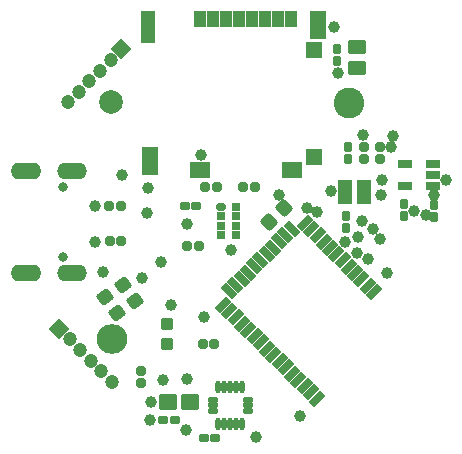
<source format=gts>
G04*
G04 #@! TF.GenerationSoftware,Altium Limited,Altium Designer,21.0.8 (223)*
G04*
G04 Layer_Color=8388736*
%FSLAX25Y25*%
%MOIN*%
G70*
G04*
G04 #@! TF.SameCoordinates,24BCDA9A-42F1-41D6-B0A9-C8EBA0504D6D*
G04*
G04*
G04 #@! TF.FilePolarity,Negative*
G04*
G01*
G75*
G04:AMPARAMS|DCode=39|XSize=31.62mil|YSize=31.62mil|CornerRadius=6.36mil|HoleSize=0mil|Usage=FLASHONLY|Rotation=270.000|XOffset=0mil|YOffset=0mil|HoleType=Round|Shape=RoundedRectangle|*
%AMROUNDEDRECTD39*
21,1,0.03162,0.01890,0,0,270.0*
21,1,0.01890,0.03162,0,0,270.0*
1,1,0.01272,-0.00945,-0.00945*
1,1,0.01272,-0.00945,0.00945*
1,1,0.01272,0.00945,0.00945*
1,1,0.01272,0.00945,-0.00945*
%
%ADD39ROUNDEDRECTD39*%
G04:AMPARAMS|DCode=40|XSize=55.24mil|YSize=61.15mil|CornerRadius=9.91mil|HoleSize=0mil|Usage=FLASHONLY|Rotation=270.000|XOffset=0mil|YOffset=0mil|HoleType=Round|Shape=RoundedRectangle|*
%AMROUNDEDRECTD40*
21,1,0.05524,0.04134,0,0,270.0*
21,1,0.03543,0.06115,0,0,270.0*
1,1,0.01981,-0.02067,-0.01772*
1,1,0.01981,-0.02067,0.01772*
1,1,0.01981,0.02067,0.01772*
1,1,0.01981,0.02067,-0.01772*
%
%ADD40ROUNDEDRECTD40*%
%ADD41R,0.03950X0.05682*%
%ADD42R,0.04540X0.10642*%
%ADD43R,0.05328X0.09461*%
%ADD44R,0.05367X0.05721*%
%ADD45R,0.05367X0.05524*%
%ADD46R,0.06706X0.05328*%
G04:AMPARAMS|DCode=47|XSize=55.24mil|YSize=26.9mil|CornerRadius=0mil|HoleSize=0mil|Usage=FLASHONLY|Rotation=225.000|XOffset=0mil|YOffset=0mil|HoleType=Round|Shape=Rectangle|*
%AMROTATEDRECTD47*
4,1,4,0.01002,0.02904,0.02904,0.01002,-0.01002,-0.02904,-0.02904,-0.01002,0.01002,0.02904,0.0*
%
%ADD47ROTATEDRECTD47*%

G04:AMPARAMS|DCode=48|XSize=55.24mil|YSize=26.9mil|CornerRadius=0mil|HoleSize=0mil|Usage=FLASHONLY|Rotation=315.000|XOffset=0mil|YOffset=0mil|HoleType=Round|Shape=Rectangle|*
%AMROTATEDRECTD48*
4,1,4,-0.02904,0.01002,-0.01002,0.02904,0.02904,-0.01002,0.01002,-0.02904,-0.02904,0.01002,0.0*
%
%ADD48ROTATEDRECTD48*%

%ADD49R,0.05131X0.03162*%
G04:AMPARAMS|DCode=50|XSize=27.69mil|YSize=31.62mil|CornerRadius=5.97mil|HoleSize=0mil|Usage=FLASHONLY|Rotation=0.000|XOffset=0mil|YOffset=0mil|HoleType=Round|Shape=RoundedRectangle|*
%AMROUNDEDRECTD50*
21,1,0.02769,0.01968,0,0,0.0*
21,1,0.01575,0.03162,0,0,0.0*
1,1,0.01194,0.00787,-0.00984*
1,1,0.01194,-0.00787,-0.00984*
1,1,0.01194,-0.00787,0.00984*
1,1,0.01194,0.00787,0.00984*
%
%ADD50ROUNDEDRECTD50*%
G04:AMPARAMS|DCode=51|XSize=27.69mil|YSize=31.62mil|CornerRadius=5.97mil|HoleSize=0mil|Usage=FLASHONLY|Rotation=270.000|XOffset=0mil|YOffset=0mil|HoleType=Round|Shape=RoundedRectangle|*
%AMROUNDEDRECTD51*
21,1,0.02769,0.01968,0,0,270.0*
21,1,0.01575,0.03162,0,0,270.0*
1,1,0.01194,-0.00984,-0.00787*
1,1,0.01194,-0.00984,0.00787*
1,1,0.01194,0.00984,0.00787*
1,1,0.01194,0.00984,-0.00787*
%
%ADD51ROUNDEDRECTD51*%
G04:AMPARAMS|DCode=52|XSize=63.12mil|YSize=47.37mil|CornerRadius=8.92mil|HoleSize=0mil|Usage=FLASHONLY|Rotation=0.000|XOffset=0mil|YOffset=0mil|HoleType=Round|Shape=RoundedRectangle|*
%AMROUNDEDRECTD52*
21,1,0.06312,0.02953,0,0,0.0*
21,1,0.04528,0.04737,0,0,0.0*
1,1,0.01784,0.02264,-0.01476*
1,1,0.01784,-0.02264,-0.01476*
1,1,0.01784,-0.02264,0.01476*
1,1,0.01784,0.02264,0.01476*
%
%ADD52ROUNDEDRECTD52*%
G04:AMPARAMS|DCode=53|XSize=31.62mil|YSize=31.62mil|CornerRadius=6.36mil|HoleSize=0mil|Usage=FLASHONLY|Rotation=180.000|XOffset=0mil|YOffset=0mil|HoleType=Round|Shape=RoundedRectangle|*
%AMROUNDEDRECTD53*
21,1,0.03162,0.01890,0,0,180.0*
21,1,0.01890,0.03162,0,0,180.0*
1,1,0.01272,-0.00945,0.00945*
1,1,0.01272,0.00945,0.00945*
1,1,0.01272,0.00945,-0.00945*
1,1,0.01272,-0.00945,-0.00945*
%
%ADD53ROUNDEDRECTD53*%
%ADD54O,0.01981X0.04147*%
%ADD55O,0.03654X0.01981*%
%ADD56R,0.03064X0.02721*%
G04:AMPARAMS|DCode=57|XSize=30.64mil|YSize=27.21mil|CornerRadius=0mil|HoleSize=0mil|Usage=FLASHONLY|Rotation=0.000|XOffset=0mil|YOffset=0mil|HoleType=Round|Shape=Octagon|*
%AMOCTAGOND57*
4,1,8,0.01532,-0.00680,0.01532,0.00680,0.00852,0.01361,-0.00852,0.01361,-0.01532,0.00680,-0.01532,-0.00680,-0.00852,-0.01361,0.00852,-0.01361,0.01532,-0.00680,0.0*
%
%ADD57OCTAGOND57*%

%ADD58R,0.04639X0.02572*%
G04:AMPARAMS|DCode=59|XSize=39.5mil|YSize=39.5mil|CornerRadius=7.94mil|HoleSize=0mil|Usage=FLASHONLY|Rotation=90.000|XOffset=0mil|YOffset=0mil|HoleType=Round|Shape=RoundedRectangle|*
%AMROUNDEDRECTD59*
21,1,0.03950,0.02362,0,0,90.0*
21,1,0.02362,0.03950,0,0,90.0*
1,1,0.01587,0.01181,0.01181*
1,1,0.01587,0.01181,-0.01181*
1,1,0.01587,-0.01181,-0.01181*
1,1,0.01587,-0.01181,0.01181*
%
%ADD59ROUNDEDRECTD59*%
G04:AMPARAMS|DCode=60|XSize=47.37mil|YSize=43.43mil|CornerRadius=8.43mil|HoleSize=0mil|Usage=FLASHONLY|Rotation=35.000|XOffset=0mil|YOffset=0mil|HoleType=Round|Shape=RoundedRectangle|*
%AMROUNDEDRECTD60*
21,1,0.04737,0.02657,0,0,35.0*
21,1,0.03051,0.04343,0,0,35.0*
1,1,0.01686,0.02012,-0.00213*
1,1,0.01686,-0.00488,-0.01964*
1,1,0.01686,-0.02012,0.00213*
1,1,0.01686,0.00488,0.01964*
%
%ADD60ROUNDEDRECTD60*%
G04:AMPARAMS|DCode=61|XSize=47.37mil|YSize=43.43mil|CornerRadius=8.43mil|HoleSize=0mil|Usage=FLASHONLY|Rotation=135.000|XOffset=0mil|YOffset=0mil|HoleType=Round|Shape=RoundedRectangle|*
%AMROUNDEDRECTD61*
21,1,0.04737,0.02657,0,0,135.0*
21,1,0.03051,0.04343,0,0,135.0*
1,1,0.01686,-0.00139,0.02018*
1,1,0.01686,0.02018,-0.00139*
1,1,0.01686,0.00139,-0.02018*
1,1,0.01686,-0.02018,0.00139*
%
%ADD61ROUNDEDRECTD61*%
%ADD62C,0.03162*%
%ADD63C,0.03280*%
%ADD64O,0.09918X0.05359*%
%ADD65O,0.10249X0.05524*%
%ADD66C,0.07887*%
%ADD67C,0.10249*%
%ADD68O,0.10249X0.09855*%
%ADD69C,0.04737*%
%ADD70P,0.06699X4X270.0*%
%ADD71P,0.06699X4X360.0*%
%ADD72C,0.03950*%
D39*
X555709Y247638D02*
D03*
X559646D02*
D03*
X515158Y241339D02*
D03*
X511221D02*
D03*
X511319Y229528D02*
D03*
X515256D02*
D03*
X537008Y227953D02*
D03*
X540945D02*
D03*
X543012Y247638D02*
D03*
X546949D02*
D03*
X542276Y195098D02*
D03*
X546213D02*
D03*
D40*
X538189Y175886D02*
D03*
X530709D02*
D03*
D41*
X541339Y303366D02*
D03*
X545669D02*
D03*
X550000D02*
D03*
X554331D02*
D03*
X558661D02*
D03*
X562992D02*
D03*
X567323D02*
D03*
X571654D02*
D03*
D42*
X524232Y300886D02*
D03*
D43*
X580886Y301476D02*
D03*
X524626Y256279D02*
D03*
D44*
X579291Y293012D02*
D03*
D45*
Y257579D02*
D03*
D46*
X541575Y253150D02*
D03*
X572205D02*
D03*
D47*
X599420Y212571D02*
D03*
X580489Y176937D02*
D03*
X578401Y179025D02*
D03*
X574226Y183201D02*
D03*
X576313Y181113D02*
D03*
X565874Y191553D02*
D03*
X567962Y189465D02*
D03*
X572138Y185289D02*
D03*
X570050Y187377D02*
D03*
X549171Y208256D02*
D03*
X551259Y206168D02*
D03*
X555434Y201992D02*
D03*
X553346Y204080D02*
D03*
X563786Y193641D02*
D03*
X561698Y195729D02*
D03*
X557522Y199904D02*
D03*
X559610Y197816D02*
D03*
X593156Y218835D02*
D03*
X595244Y216747D02*
D03*
X576453Y235538D02*
D03*
X580628Y231362D02*
D03*
X578541Y233450D02*
D03*
X591068Y220923D02*
D03*
X586892Y225098D02*
D03*
X584804Y227186D02*
D03*
X588980Y223011D02*
D03*
X582716Y229274D02*
D03*
X597332Y214659D02*
D03*
D48*
X555295Y216886D02*
D03*
X563647Y225238D02*
D03*
X565735Y227326D02*
D03*
X571999Y233589D02*
D03*
X561559Y223150D02*
D03*
X551119Y212710D02*
D03*
X559471Y221062D02*
D03*
X557383Y218974D02*
D03*
X553207Y214798D02*
D03*
X567823Y229414D02*
D03*
X569911Y231501D02*
D03*
D49*
X609646Y247736D02*
D03*
Y255217D02*
D03*
X619095D02*
D03*
Y251476D02*
D03*
Y247736D02*
D03*
D50*
X619291Y241437D02*
D03*
Y237500D02*
D03*
X609350Y241732D02*
D03*
Y237795D02*
D03*
X587106Y293602D02*
D03*
Y289665D02*
D03*
X590059Y233858D02*
D03*
Y237795D02*
D03*
X590748Y260728D02*
D03*
Y256791D02*
D03*
D51*
X529035Y169685D02*
D03*
X532972D02*
D03*
X542618Y163878D02*
D03*
X546555D02*
D03*
X536319Y241339D02*
D03*
X540256D02*
D03*
D52*
X593799Y294193D02*
D03*
Y287106D02*
D03*
D53*
X596063Y256791D02*
D03*
Y260728D02*
D03*
X601476D02*
D03*
Y256791D02*
D03*
X521654Y182283D02*
D03*
Y186221D02*
D03*
D54*
X547539Y168504D02*
D03*
X549508D02*
D03*
X551476D02*
D03*
X553445D02*
D03*
X555413D02*
D03*
Y180905D02*
D03*
X553445D02*
D03*
X551476D02*
D03*
X549508D02*
D03*
X547539D02*
D03*
D55*
X557283Y172736D02*
D03*
Y174705D02*
D03*
Y176673D02*
D03*
X545669D02*
D03*
Y174705D02*
D03*
Y172736D02*
D03*
D56*
X553587Y231453D02*
D03*
Y234602D02*
D03*
Y237752D02*
D03*
Y240902D02*
D03*
X548563Y231453D02*
D03*
Y234602D02*
D03*
Y237752D02*
D03*
D57*
Y240902D02*
D03*
D58*
X589713Y243307D02*
D03*
Y245866D02*
D03*
Y248425D02*
D03*
X596114D02*
D03*
Y245866D02*
D03*
Y243307D02*
D03*
D59*
X530453Y195098D02*
D03*
Y201791D02*
D03*
D60*
X509892Y210911D02*
D03*
X513730Y205428D02*
D03*
X519734Y209464D02*
D03*
X515896Y214946D02*
D03*
D61*
X569295Y240457D02*
D03*
X564563Y235724D02*
D03*
D62*
X495768Y247638D02*
D03*
D63*
D03*
Y224016D02*
D03*
D64*
X498622Y218819D02*
D03*
Y252835D02*
D03*
D65*
X483563Y218819D02*
D03*
Y252835D02*
D03*
D66*
X511614Y275886D02*
D03*
D67*
X591043Y275492D02*
D03*
D68*
X512106Y196949D02*
D03*
D69*
X497492Y275704D02*
D03*
X501027Y279240D02*
D03*
X504563Y282775D02*
D03*
X508098Y286311D02*
D03*
X511634Y289847D02*
D03*
X512083Y182602D02*
D03*
X508547Y186138D02*
D03*
X505012Y189673D02*
D03*
X501476Y193209D02*
D03*
X497941Y196744D02*
D03*
D70*
X515169Y293382D02*
D03*
D71*
X494405Y200280D02*
D03*
D72*
X623323Y249787D02*
D03*
X524905Y169762D02*
D03*
X525200Y175962D02*
D03*
X528988Y183071D02*
D03*
X593898Y225345D02*
D03*
X597342Y223425D02*
D03*
X599167Y233551D02*
D03*
X595472Y236319D02*
D03*
X601582Y230184D02*
D03*
X593996Y231004D02*
D03*
X601772Y244685D02*
D03*
X602067Y249902D02*
D03*
X616732Y238244D02*
D03*
X605799Y264476D02*
D03*
X589615Y229263D02*
D03*
X585236Y246063D02*
D03*
X567815Y244980D02*
D03*
X541634Y258169D02*
D03*
X515414Y251609D02*
D03*
X506496Y229163D02*
D03*
X612613Y239361D02*
D03*
X580539Y239048D02*
D03*
X576995Y240525D02*
D03*
X587419Y285358D02*
D03*
X586139Y300810D02*
D03*
X506496Y241043D02*
D03*
X509154Y219193D02*
D03*
X619390Y244783D02*
D03*
X605020Y260728D02*
D03*
X595866Y264764D02*
D03*
X524114Y247047D02*
D03*
X536882Y166535D02*
D03*
X551772Y226563D02*
D03*
X537044Y235200D02*
D03*
X603677Y218972D02*
D03*
X522047Y217126D02*
D03*
X523917Y238976D02*
D03*
X537231Y183670D02*
D03*
X531890Y208169D02*
D03*
X528346Y222441D02*
D03*
X560165Y164181D02*
D03*
X574722Y171311D02*
D03*
X542741Y204141D02*
D03*
M02*

</source>
